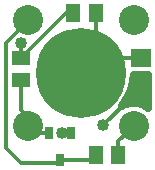
<source format=gbr>
G04 DipTrace 2.4.0.1*
%INTop.gbr*%
%MOIN*%
%ADD13C,0.013*%
%ADD14C,0.025*%
%ADD15R,0.0709X0.063*%
%ADD17R,0.0256X0.0413*%
%ADD18R,0.0512X0.0591*%
%ADD19R,0.0591X0.0512*%
%ADD20C,0.3*%
%ADD21C,0.1*%
%ADD22C,0.04*%
%FSLAX44Y44*%
G04*
G70*
G90*
G75*
G01*
%LNTop*%
%LPD*%
X5754Y5315D2*
D13*
X5279D1*
X5047Y5547D1*
Y5833D1*
X4815Y6065D1*
Y7061D1*
X8815Y6713D2*
X8713D1*
X7565Y5565D1*
X7313Y9315D2*
Y7813D1*
X6815Y7315D1*
X8815Y7815D2*
X7315D1*
X4815Y7809D2*
Y7815D1*
X6315Y9315D1*
X6565D1*
X4815Y7809D2*
Y8315D1*
X6190Y5315D2*
X6503D1*
X6128Y4409D2*
X7155D1*
X7311Y4565D1*
X5047Y9083D2*
Y9047D1*
X4315Y8315D1*
Y4815D1*
X4815Y4315D1*
X6034D1*
X6128Y4409D1*
X8059Y4565D2*
Y5023D1*
X8583Y5547D1*
D22*
X7565Y5565D3*
X4815Y8315D3*
X6190Y5315D3*
X8586Y7068D2*
D14*
X9029D1*
X8536Y6819D2*
X9029D1*
X8442Y6571D2*
X9029D1*
X8297Y6322D2*
X9029D1*
X9055Y7235D2*
X8579D1*
X8562Y7066D1*
X8510Y6822D1*
X8423Y6587D1*
X8304Y6368D1*
X8177Y6194D1*
X8240Y6231D1*
X8356Y6278D1*
X8478Y6305D1*
X8603Y6312D1*
X8727Y6299D1*
X8847Y6265D1*
X8960Y6212D1*
X9054Y6149D1*
X9055Y7235D1*
D15*
X8815Y7815D3*
Y6713D3*
D17*
X6503Y5315D3*
X5754D3*
X6128Y4409D3*
D18*
X6565Y9315D3*
X7313D3*
D19*
X4815Y7061D3*
Y7809D3*
D18*
X7311Y4565D3*
X8059D3*
D20*
X6815Y7315D3*
D21*
X8583Y5547D3*
X5047D3*
Y9083D3*
X8583D3*
M02*

</source>
